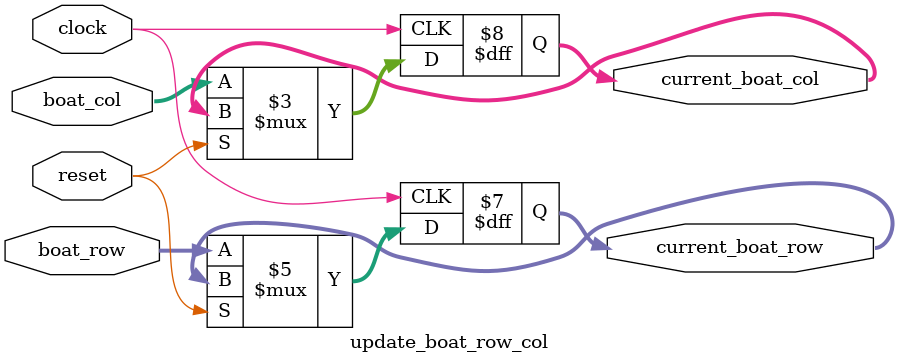
<source format=sv>
module update_boat_row_col(
	input clock,
	input reset,
	input reg [4:0] boat_row,
	input reg [4:0] boat_col,
	output reg [4:0] current_boat_row, 
	output reg [4:0] current_boat_col
	);


always @(posedge clock) begin
    if (!reset) begin
        current_boat_row <= boat_row;
        current_boat_col <= boat_col;
    end
end

endmodule 
</source>
